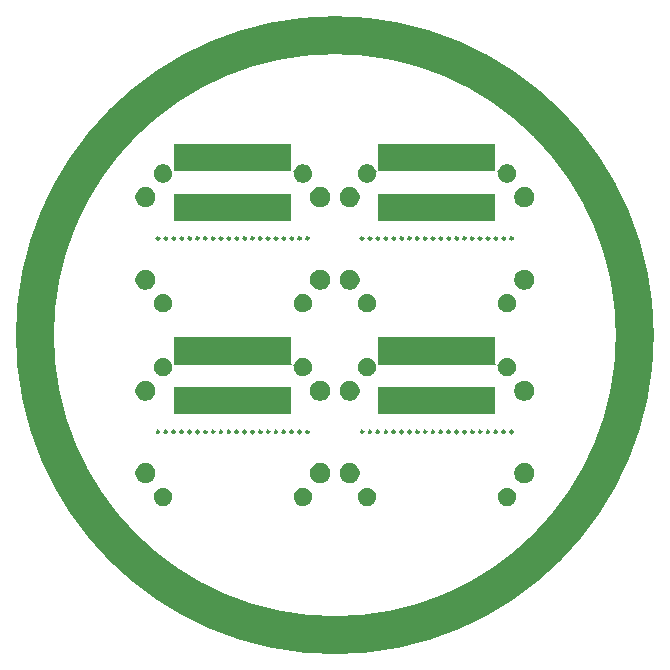
<source format=gbr>
G04 #@! TF.GenerationSoftware,KiCad,Pcbnew,(5.1.5)-3*
G04 #@! TF.CreationDate,2020-01-02T12:13:36-07:00*
G04 #@! TF.ProjectId,Gateway03,47617465-7761-4793-9033-2e6b69636164,rev?*
G04 #@! TF.SameCoordinates,Original*
G04 #@! TF.FileFunction,Soldermask,Bot*
G04 #@! TF.FilePolarity,Negative*
%FSLAX46Y46*%
G04 Gerber Fmt 4.6, Leading zero omitted, Abs format (unit mm)*
G04 Created by KiCad (PCBNEW (5.1.5)-3) date 2020-01-02 12:13:36*
%MOMM*%
%LPD*%
G04 APERTURE LIST*
%ADD10C,0.250000*%
%ADD11C,3.200000*%
%ADD12C,0.100000*%
G04 APERTURE END LIST*
D10*
X100267200Y-105443000D02*
G75*
G03X100267200Y-105443000I-100000J0D01*
G01*
X82983200Y-105443000D02*
G75*
G03X82983200Y-105443000I-100000J0D01*
G01*
X100267200Y-89057000D02*
G75*
G03X100267200Y-89057000I-100000J0D01*
G01*
X104256000Y-105443000D02*
G75*
G03X104256000Y-105443000I-100000J0D01*
G01*
X86972000Y-105443000D02*
G75*
G03X86972000Y-105443000I-100000J0D01*
G01*
X104256000Y-89057000D02*
G75*
G03X104256000Y-89057000I-100000J0D01*
G01*
X104920800Y-105443000D02*
G75*
G03X104920800Y-105443000I-100000J0D01*
G01*
X87636800Y-105443000D02*
G75*
G03X87636800Y-105443000I-100000J0D01*
G01*
X104920800Y-89057000D02*
G75*
G03X104920800Y-89057000I-100000J0D01*
G01*
X101596800Y-105443000D02*
G75*
G03X101596800Y-105443000I-100000J0D01*
G01*
X84312800Y-105443000D02*
G75*
G03X84312800Y-105443000I-100000J0D01*
G01*
X101596800Y-89057000D02*
G75*
G03X101596800Y-89057000I-100000J0D01*
G01*
X102261600Y-105443000D02*
G75*
G03X102261600Y-105443000I-100000J0D01*
G01*
X84977600Y-105443000D02*
G75*
G03X84977600Y-105443000I-100000J0D01*
G01*
X102261600Y-89057000D02*
G75*
G03X102261600Y-89057000I-100000J0D01*
G01*
X98272800Y-105443000D02*
G75*
G03X98272800Y-105443000I-100000J0D01*
G01*
X80988800Y-105443000D02*
G75*
G03X80988800Y-105443000I-100000J0D01*
G01*
X98272800Y-89057000D02*
G75*
G03X98272800Y-89057000I-100000J0D01*
G01*
X105585600Y-105443000D02*
G75*
G03X105585600Y-105443000I-100000J0D01*
G01*
X88301600Y-105443000D02*
G75*
G03X88301600Y-105443000I-100000J0D01*
G01*
X105585600Y-89057000D02*
G75*
G03X105585600Y-89057000I-100000J0D01*
G01*
X102926400Y-105443000D02*
G75*
G03X102926400Y-105443000I-100000J0D01*
G01*
X85642400Y-105443000D02*
G75*
G03X85642400Y-105443000I-100000J0D01*
G01*
X102926400Y-89057000D02*
G75*
G03X102926400Y-89057000I-100000J0D01*
G01*
X98937600Y-105443000D02*
G75*
G03X98937600Y-105443000I-100000J0D01*
G01*
X81653600Y-105443000D02*
G75*
G03X81653600Y-105443000I-100000J0D01*
G01*
X98937600Y-89057000D02*
G75*
G03X98937600Y-89057000I-100000J0D01*
G01*
X96923200Y-105443000D02*
G75*
G03X96923200Y-105443000I-100000J0D01*
G01*
X79639200Y-105443000D02*
G75*
G03X79639200Y-105443000I-100000J0D01*
G01*
X96923200Y-89057000D02*
G75*
G03X96923200Y-89057000I-100000J0D01*
G01*
X106915200Y-105443000D02*
G75*
G03X106915200Y-105443000I-100000J0D01*
G01*
X89631200Y-105443000D02*
G75*
G03X89631200Y-105443000I-100000J0D01*
G01*
X106915200Y-89057000D02*
G75*
G03X106915200Y-89057000I-100000J0D01*
G01*
X108909600Y-105443000D02*
G75*
G03X108909600Y-105443000I-100000J0D01*
G01*
X91625600Y-105443000D02*
G75*
G03X91625600Y-105443000I-100000J0D01*
G01*
X108909600Y-89057000D02*
G75*
G03X108909600Y-89057000I-100000J0D01*
G01*
X107580000Y-105443000D02*
G75*
G03X107580000Y-105443000I-100000J0D01*
G01*
X90296000Y-105443000D02*
G75*
G03X90296000Y-105443000I-100000J0D01*
G01*
X107580000Y-89057000D02*
G75*
G03X107580000Y-89057000I-100000J0D01*
G01*
X106250400Y-105443000D02*
G75*
G03X106250400Y-105443000I-100000J0D01*
G01*
X88966400Y-105443000D02*
G75*
G03X88966400Y-105443000I-100000J0D01*
G01*
X106250400Y-89057000D02*
G75*
G03X106250400Y-89057000I-100000J0D01*
G01*
X108244800Y-105443000D02*
G75*
G03X108244800Y-105443000I-100000J0D01*
G01*
X90960800Y-105443000D02*
G75*
G03X90960800Y-105443000I-100000J0D01*
G01*
X108244800Y-89057000D02*
G75*
G03X108244800Y-89057000I-100000J0D01*
G01*
X96258400Y-105443000D02*
G75*
G03X96258400Y-105443000I-100000J0D01*
G01*
X78974400Y-105443000D02*
G75*
G03X78974400Y-105443000I-100000J0D01*
G01*
X96258400Y-89057000D02*
G75*
G03X96258400Y-89057000I-100000J0D01*
G01*
X99602400Y-105443000D02*
G75*
G03X99602400Y-105443000I-100000J0D01*
G01*
X82318400Y-105443000D02*
G75*
G03X82318400Y-105443000I-100000J0D01*
G01*
X99602400Y-89057000D02*
G75*
G03X99602400Y-89057000I-100000J0D01*
G01*
X100932000Y-105443000D02*
G75*
G03X100932000Y-105443000I-100000J0D01*
G01*
X83648000Y-105443000D02*
G75*
G03X83648000Y-105443000I-100000J0D01*
G01*
X100932000Y-89057000D02*
G75*
G03X100932000Y-89057000I-100000J0D01*
G01*
X97588000Y-105443000D02*
G75*
G03X97588000Y-105443000I-100000J0D01*
G01*
X80304000Y-105443000D02*
G75*
G03X80304000Y-105443000I-100000J0D01*
G01*
X97588000Y-89057000D02*
G75*
G03X97588000Y-89057000I-100000J0D01*
G01*
X103591200Y-105443000D02*
G75*
G03X103591200Y-105443000I-100000J0D01*
G01*
X86307200Y-105443000D02*
G75*
G03X86307200Y-105443000I-100000J0D01*
G01*
X103591200Y-89057000D02*
G75*
G03X103591200Y-89057000I-100000J0D01*
G01*
X86307200Y-89057000D02*
G75*
G03X86307200Y-89057000I-100000J0D01*
G01*
X80304000Y-89057000D02*
G75*
G03X80304000Y-89057000I-100000J0D01*
G01*
X83648000Y-89057000D02*
G75*
G03X83648000Y-89057000I-100000J0D01*
G01*
X82318400Y-89057000D02*
G75*
G03X82318400Y-89057000I-100000J0D01*
G01*
X78974400Y-89057000D02*
G75*
G03X78974400Y-89057000I-100000J0D01*
G01*
X90960800Y-89057000D02*
G75*
G03X90960800Y-89057000I-100000J0D01*
G01*
X88966400Y-89057000D02*
G75*
G03X88966400Y-89057000I-100000J0D01*
G01*
X90296000Y-89057000D02*
G75*
G03X90296000Y-89057000I-100000J0D01*
G01*
X91625600Y-89057000D02*
G75*
G03X91625600Y-89057000I-100000J0D01*
G01*
X89631200Y-89057000D02*
G75*
G03X89631200Y-89057000I-100000J0D01*
G01*
X79639200Y-89057000D02*
G75*
G03X79639200Y-89057000I-100000J0D01*
G01*
X81653600Y-89057000D02*
G75*
G03X81653600Y-89057000I-100000J0D01*
G01*
X85642400Y-89057000D02*
G75*
G03X85642400Y-89057000I-100000J0D01*
G01*
X88301600Y-89057000D02*
G75*
G03X88301600Y-89057000I-100000J0D01*
G01*
X80988800Y-89057000D02*
G75*
G03X80988800Y-89057000I-100000J0D01*
G01*
X84977600Y-89057000D02*
G75*
G03X84977600Y-89057000I-100000J0D01*
G01*
X84312800Y-89057000D02*
G75*
G03X84312800Y-89057000I-100000J0D01*
G01*
X87636800Y-89057000D02*
G75*
G03X87636800Y-89057000I-100000J0D01*
G01*
X86972000Y-89057000D02*
G75*
G03X86972000Y-89057000I-100000J0D01*
G01*
X82983200Y-89057000D02*
G75*
G03X82983200Y-89057000I-100000J0D01*
G01*
D11*
X119252000Y-97250000D02*
G75*
G03X119252000Y-97250000I-25400000J0D01*
G01*
D12*
G36*
X91356348Y-110186820D02*
G01*
X91356350Y-110186821D01*
X91356351Y-110186821D01*
X91497574Y-110245317D01*
X91497577Y-110245319D01*
X91624669Y-110330239D01*
X91732761Y-110438331D01*
X91817681Y-110565423D01*
X91817683Y-110565426D01*
X91876179Y-110706649D01*
X91906000Y-110856571D01*
X91906000Y-111009429D01*
X91876179Y-111159351D01*
X91817683Y-111300574D01*
X91817681Y-111300577D01*
X91732761Y-111427669D01*
X91624669Y-111535761D01*
X91497577Y-111620681D01*
X91497574Y-111620683D01*
X91356351Y-111679179D01*
X91356350Y-111679179D01*
X91356348Y-111679180D01*
X91206431Y-111709000D01*
X91053569Y-111709000D01*
X90903652Y-111679180D01*
X90903650Y-111679179D01*
X90903649Y-111679179D01*
X90762426Y-111620683D01*
X90762423Y-111620681D01*
X90635331Y-111535761D01*
X90527239Y-111427669D01*
X90442319Y-111300577D01*
X90442317Y-111300574D01*
X90383821Y-111159351D01*
X90354000Y-111009429D01*
X90354000Y-110856571D01*
X90383821Y-110706649D01*
X90442317Y-110565426D01*
X90442319Y-110565423D01*
X90527239Y-110438331D01*
X90635331Y-110330239D01*
X90762423Y-110245319D01*
X90762426Y-110245317D01*
X90903649Y-110186821D01*
X90903650Y-110186821D01*
X90903652Y-110186820D01*
X91053569Y-110157000D01*
X91206431Y-110157000D01*
X91356348Y-110186820D01*
G37*
G36*
X79516348Y-110186820D02*
G01*
X79516350Y-110186821D01*
X79516351Y-110186821D01*
X79657574Y-110245317D01*
X79657577Y-110245319D01*
X79784669Y-110330239D01*
X79892761Y-110438331D01*
X79977681Y-110565423D01*
X79977683Y-110565426D01*
X80036179Y-110706649D01*
X80066000Y-110856571D01*
X80066000Y-111009429D01*
X80036179Y-111159351D01*
X79977683Y-111300574D01*
X79977681Y-111300577D01*
X79892761Y-111427669D01*
X79784669Y-111535761D01*
X79657577Y-111620681D01*
X79657574Y-111620683D01*
X79516351Y-111679179D01*
X79516350Y-111679179D01*
X79516348Y-111679180D01*
X79366431Y-111709000D01*
X79213569Y-111709000D01*
X79063652Y-111679180D01*
X79063650Y-111679179D01*
X79063649Y-111679179D01*
X78922426Y-111620683D01*
X78922423Y-111620681D01*
X78795331Y-111535761D01*
X78687239Y-111427669D01*
X78602319Y-111300577D01*
X78602317Y-111300574D01*
X78543821Y-111159351D01*
X78514000Y-111009429D01*
X78514000Y-110856571D01*
X78543821Y-110706649D01*
X78602317Y-110565426D01*
X78602319Y-110565423D01*
X78687239Y-110438331D01*
X78795331Y-110330239D01*
X78922423Y-110245319D01*
X78922426Y-110245317D01*
X79063649Y-110186821D01*
X79063650Y-110186821D01*
X79063652Y-110186820D01*
X79213569Y-110157000D01*
X79366431Y-110157000D01*
X79516348Y-110186820D01*
G37*
G36*
X108640348Y-110186820D02*
G01*
X108640350Y-110186821D01*
X108640351Y-110186821D01*
X108781574Y-110245317D01*
X108781577Y-110245319D01*
X108908669Y-110330239D01*
X109016761Y-110438331D01*
X109101681Y-110565423D01*
X109101683Y-110565426D01*
X109160179Y-110706649D01*
X109190000Y-110856571D01*
X109190000Y-111009429D01*
X109160179Y-111159351D01*
X109101683Y-111300574D01*
X109101681Y-111300577D01*
X109016761Y-111427669D01*
X108908669Y-111535761D01*
X108781577Y-111620681D01*
X108781574Y-111620683D01*
X108640351Y-111679179D01*
X108640350Y-111679179D01*
X108640348Y-111679180D01*
X108490431Y-111709000D01*
X108337569Y-111709000D01*
X108187652Y-111679180D01*
X108187650Y-111679179D01*
X108187649Y-111679179D01*
X108046426Y-111620683D01*
X108046423Y-111620681D01*
X107919331Y-111535761D01*
X107811239Y-111427669D01*
X107726319Y-111300577D01*
X107726317Y-111300574D01*
X107667821Y-111159351D01*
X107638000Y-111009429D01*
X107638000Y-110856571D01*
X107667821Y-110706649D01*
X107726317Y-110565426D01*
X107726319Y-110565423D01*
X107811239Y-110438331D01*
X107919331Y-110330239D01*
X108046423Y-110245319D01*
X108046426Y-110245317D01*
X108187649Y-110186821D01*
X108187650Y-110186821D01*
X108187652Y-110186820D01*
X108337569Y-110157000D01*
X108490431Y-110157000D01*
X108640348Y-110186820D01*
G37*
G36*
X96800348Y-110186820D02*
G01*
X96800350Y-110186821D01*
X96800351Y-110186821D01*
X96941574Y-110245317D01*
X96941577Y-110245319D01*
X97068669Y-110330239D01*
X97176761Y-110438331D01*
X97261681Y-110565423D01*
X97261683Y-110565426D01*
X97320179Y-110706649D01*
X97350000Y-110856571D01*
X97350000Y-111009429D01*
X97320179Y-111159351D01*
X97261683Y-111300574D01*
X97261681Y-111300577D01*
X97176761Y-111427669D01*
X97068669Y-111535761D01*
X96941577Y-111620681D01*
X96941574Y-111620683D01*
X96800351Y-111679179D01*
X96800350Y-111679179D01*
X96800348Y-111679180D01*
X96650431Y-111709000D01*
X96497569Y-111709000D01*
X96347652Y-111679180D01*
X96347650Y-111679179D01*
X96347649Y-111679179D01*
X96206426Y-111620683D01*
X96206423Y-111620681D01*
X96079331Y-111535761D01*
X95971239Y-111427669D01*
X95886319Y-111300577D01*
X95886317Y-111300574D01*
X95827821Y-111159351D01*
X95798000Y-111009429D01*
X95798000Y-110856571D01*
X95827821Y-110706649D01*
X95886317Y-110565426D01*
X95886319Y-110565423D01*
X95971239Y-110438331D01*
X96079331Y-110330239D01*
X96206423Y-110245319D01*
X96206426Y-110245317D01*
X96347649Y-110186821D01*
X96347650Y-110186821D01*
X96347652Y-110186820D01*
X96497569Y-110157000D01*
X96650431Y-110157000D01*
X96800348Y-110186820D01*
G37*
G36*
X78063228Y-108114703D02*
G01*
X78218100Y-108178853D01*
X78357481Y-108271985D01*
X78476015Y-108390519D01*
X78569147Y-108529900D01*
X78633297Y-108684772D01*
X78666000Y-108849184D01*
X78666000Y-109016816D01*
X78633297Y-109181228D01*
X78569147Y-109336100D01*
X78476015Y-109475481D01*
X78357481Y-109594015D01*
X78218100Y-109687147D01*
X78063228Y-109751297D01*
X77898816Y-109784000D01*
X77731184Y-109784000D01*
X77566772Y-109751297D01*
X77411900Y-109687147D01*
X77272519Y-109594015D01*
X77153985Y-109475481D01*
X77060853Y-109336100D01*
X76996703Y-109181228D01*
X76964000Y-109016816D01*
X76964000Y-108849184D01*
X76996703Y-108684772D01*
X77060853Y-108529900D01*
X77153985Y-108390519D01*
X77272519Y-108271985D01*
X77411900Y-108178853D01*
X77566772Y-108114703D01*
X77731184Y-108082000D01*
X77898816Y-108082000D01*
X78063228Y-108114703D01*
G37*
G36*
X92853228Y-108114703D02*
G01*
X93008100Y-108178853D01*
X93147481Y-108271985D01*
X93266015Y-108390519D01*
X93359147Y-108529900D01*
X93423297Y-108684772D01*
X93456000Y-108849184D01*
X93456000Y-109016816D01*
X93423297Y-109181228D01*
X93359147Y-109336100D01*
X93266015Y-109475481D01*
X93147481Y-109594015D01*
X93008100Y-109687147D01*
X92853228Y-109751297D01*
X92688816Y-109784000D01*
X92521184Y-109784000D01*
X92356772Y-109751297D01*
X92201900Y-109687147D01*
X92062519Y-109594015D01*
X91943985Y-109475481D01*
X91850853Y-109336100D01*
X91786703Y-109181228D01*
X91754000Y-109016816D01*
X91754000Y-108849184D01*
X91786703Y-108684772D01*
X91850853Y-108529900D01*
X91943985Y-108390519D01*
X92062519Y-108271985D01*
X92201900Y-108178853D01*
X92356772Y-108114703D01*
X92521184Y-108082000D01*
X92688816Y-108082000D01*
X92853228Y-108114703D01*
G37*
G36*
X110137228Y-108114703D02*
G01*
X110292100Y-108178853D01*
X110431481Y-108271985D01*
X110550015Y-108390519D01*
X110643147Y-108529900D01*
X110707297Y-108684772D01*
X110740000Y-108849184D01*
X110740000Y-109016816D01*
X110707297Y-109181228D01*
X110643147Y-109336100D01*
X110550015Y-109475481D01*
X110431481Y-109594015D01*
X110292100Y-109687147D01*
X110137228Y-109751297D01*
X109972816Y-109784000D01*
X109805184Y-109784000D01*
X109640772Y-109751297D01*
X109485900Y-109687147D01*
X109346519Y-109594015D01*
X109227985Y-109475481D01*
X109134853Y-109336100D01*
X109070703Y-109181228D01*
X109038000Y-109016816D01*
X109038000Y-108849184D01*
X109070703Y-108684772D01*
X109134853Y-108529900D01*
X109227985Y-108390519D01*
X109346519Y-108271985D01*
X109485900Y-108178853D01*
X109640772Y-108114703D01*
X109805184Y-108082000D01*
X109972816Y-108082000D01*
X110137228Y-108114703D01*
G37*
G36*
X95347228Y-108114703D02*
G01*
X95502100Y-108178853D01*
X95641481Y-108271985D01*
X95760015Y-108390519D01*
X95853147Y-108529900D01*
X95917297Y-108684772D01*
X95950000Y-108849184D01*
X95950000Y-109016816D01*
X95917297Y-109181228D01*
X95853147Y-109336100D01*
X95760015Y-109475481D01*
X95641481Y-109594015D01*
X95502100Y-109687147D01*
X95347228Y-109751297D01*
X95182816Y-109784000D01*
X95015184Y-109784000D01*
X94850772Y-109751297D01*
X94695900Y-109687147D01*
X94556519Y-109594015D01*
X94437985Y-109475481D01*
X94344853Y-109336100D01*
X94280703Y-109181228D01*
X94248000Y-109016816D01*
X94248000Y-108849184D01*
X94280703Y-108684772D01*
X94344853Y-108529900D01*
X94437985Y-108390519D01*
X94556519Y-108271985D01*
X94695900Y-108178853D01*
X94850772Y-108114703D01*
X95015184Y-108082000D01*
X95182816Y-108082000D01*
X95347228Y-108114703D01*
G37*
G36*
X90160000Y-103943000D02*
G01*
X80260000Y-103943000D01*
X80260000Y-101643000D01*
X90160000Y-101643000D01*
X90160000Y-103943000D01*
G37*
G36*
X107444000Y-103943000D02*
G01*
X97544000Y-103943000D01*
X97544000Y-101643000D01*
X107444000Y-101643000D01*
X107444000Y-103943000D01*
G37*
G36*
X95347228Y-101134703D02*
G01*
X95502100Y-101198853D01*
X95641481Y-101291985D01*
X95760015Y-101410519D01*
X95853147Y-101549900D01*
X95917297Y-101704772D01*
X95950000Y-101869184D01*
X95950000Y-102036816D01*
X95917297Y-102201228D01*
X95853147Y-102356100D01*
X95760015Y-102495481D01*
X95641481Y-102614015D01*
X95502100Y-102707147D01*
X95347228Y-102771297D01*
X95182816Y-102804000D01*
X95015184Y-102804000D01*
X94850772Y-102771297D01*
X94695900Y-102707147D01*
X94556519Y-102614015D01*
X94437985Y-102495481D01*
X94344853Y-102356100D01*
X94280703Y-102201228D01*
X94248000Y-102036816D01*
X94248000Y-101869184D01*
X94280703Y-101704772D01*
X94344853Y-101549900D01*
X94437985Y-101410519D01*
X94556519Y-101291985D01*
X94695900Y-101198853D01*
X94850772Y-101134703D01*
X95015184Y-101102000D01*
X95182816Y-101102000D01*
X95347228Y-101134703D01*
G37*
G36*
X78063228Y-101134703D02*
G01*
X78218100Y-101198853D01*
X78357481Y-101291985D01*
X78476015Y-101410519D01*
X78569147Y-101549900D01*
X78633297Y-101704772D01*
X78666000Y-101869184D01*
X78666000Y-102036816D01*
X78633297Y-102201228D01*
X78569147Y-102356100D01*
X78476015Y-102495481D01*
X78357481Y-102614015D01*
X78218100Y-102707147D01*
X78063228Y-102771297D01*
X77898816Y-102804000D01*
X77731184Y-102804000D01*
X77566772Y-102771297D01*
X77411900Y-102707147D01*
X77272519Y-102614015D01*
X77153985Y-102495481D01*
X77060853Y-102356100D01*
X76996703Y-102201228D01*
X76964000Y-102036816D01*
X76964000Y-101869184D01*
X76996703Y-101704772D01*
X77060853Y-101549900D01*
X77153985Y-101410519D01*
X77272519Y-101291985D01*
X77411900Y-101198853D01*
X77566772Y-101134703D01*
X77731184Y-101102000D01*
X77898816Y-101102000D01*
X78063228Y-101134703D01*
G37*
G36*
X110137228Y-101134703D02*
G01*
X110292100Y-101198853D01*
X110431481Y-101291985D01*
X110550015Y-101410519D01*
X110643147Y-101549900D01*
X110707297Y-101704772D01*
X110740000Y-101869184D01*
X110740000Y-102036816D01*
X110707297Y-102201228D01*
X110643147Y-102356100D01*
X110550015Y-102495481D01*
X110431481Y-102614015D01*
X110292100Y-102707147D01*
X110137228Y-102771297D01*
X109972816Y-102804000D01*
X109805184Y-102804000D01*
X109640772Y-102771297D01*
X109485900Y-102707147D01*
X109346519Y-102614015D01*
X109227985Y-102495481D01*
X109134853Y-102356100D01*
X109070703Y-102201228D01*
X109038000Y-102036816D01*
X109038000Y-101869184D01*
X109070703Y-101704772D01*
X109134853Y-101549900D01*
X109227985Y-101410519D01*
X109346519Y-101291985D01*
X109485900Y-101198853D01*
X109640772Y-101134703D01*
X109805184Y-101102000D01*
X109972816Y-101102000D01*
X110137228Y-101134703D01*
G37*
G36*
X92853228Y-101134703D02*
G01*
X93008100Y-101198853D01*
X93147481Y-101291985D01*
X93266015Y-101410519D01*
X93359147Y-101549900D01*
X93423297Y-101704772D01*
X93456000Y-101869184D01*
X93456000Y-102036816D01*
X93423297Y-102201228D01*
X93359147Y-102356100D01*
X93266015Y-102495481D01*
X93147481Y-102614015D01*
X93008100Y-102707147D01*
X92853228Y-102771297D01*
X92688816Y-102804000D01*
X92521184Y-102804000D01*
X92356772Y-102771297D01*
X92201900Y-102707147D01*
X92062519Y-102614015D01*
X91943985Y-102495481D01*
X91850853Y-102356100D01*
X91786703Y-102201228D01*
X91754000Y-102036816D01*
X91754000Y-101869184D01*
X91786703Y-101704772D01*
X91850853Y-101549900D01*
X91943985Y-101410519D01*
X92062519Y-101291985D01*
X92201900Y-101198853D01*
X92356772Y-101134703D01*
X92521184Y-101102000D01*
X92688816Y-101102000D01*
X92853228Y-101134703D01*
G37*
G36*
X108640348Y-99206820D02*
G01*
X108640350Y-99206821D01*
X108640351Y-99206821D01*
X108781574Y-99265317D01*
X108781577Y-99265319D01*
X108908669Y-99350239D01*
X109016761Y-99458331D01*
X109101681Y-99585423D01*
X109101683Y-99585426D01*
X109152468Y-99708033D01*
X109160180Y-99726652D01*
X109188295Y-99867999D01*
X109190000Y-99876571D01*
X109190000Y-100029429D01*
X109160179Y-100179351D01*
X109101683Y-100320574D01*
X109101681Y-100320577D01*
X109016761Y-100447669D01*
X108908669Y-100555761D01*
X108781577Y-100640681D01*
X108781574Y-100640683D01*
X108640351Y-100699179D01*
X108640350Y-100699179D01*
X108640348Y-100699180D01*
X108490431Y-100729000D01*
X108337569Y-100729000D01*
X108187652Y-100699180D01*
X108187650Y-100699179D01*
X108187649Y-100699179D01*
X108046426Y-100640683D01*
X108046423Y-100640681D01*
X107919331Y-100555761D01*
X107811239Y-100447669D01*
X107726319Y-100320577D01*
X107726317Y-100320574D01*
X107667821Y-100179351D01*
X107638000Y-100029429D01*
X107638000Y-99867999D01*
X107635598Y-99843613D01*
X107628485Y-99820164D01*
X107616934Y-99798553D01*
X107601389Y-99779611D01*
X107582447Y-99764066D01*
X107579596Y-99762542D01*
X107593385Y-99761184D01*
X107616834Y-99754071D01*
X107638445Y-99742520D01*
X107657387Y-99726975D01*
X107672932Y-99708033D01*
X107684483Y-99686423D01*
X107694197Y-99662972D01*
X107726317Y-99585426D01*
X107726319Y-99585423D01*
X107811239Y-99458331D01*
X107919331Y-99350239D01*
X108046423Y-99265319D01*
X108046426Y-99265317D01*
X108187649Y-99206821D01*
X108187650Y-99206821D01*
X108187652Y-99206820D01*
X108337569Y-99177000D01*
X108490431Y-99177000D01*
X108640348Y-99206820D01*
G37*
G36*
X96800348Y-99206820D02*
G01*
X96800350Y-99206821D01*
X96800351Y-99206821D01*
X96941574Y-99265317D01*
X96941577Y-99265319D01*
X97068669Y-99350239D01*
X97176761Y-99458331D01*
X97261681Y-99585423D01*
X97261683Y-99585426D01*
X97293803Y-99662972D01*
X97303517Y-99686423D01*
X97315069Y-99708033D01*
X97330614Y-99726975D01*
X97349556Y-99742520D01*
X97371167Y-99754071D01*
X97394616Y-99761184D01*
X97408404Y-99762542D01*
X97405553Y-99764066D01*
X97386611Y-99779611D01*
X97371066Y-99798553D01*
X97359515Y-99820164D01*
X97352402Y-99843613D01*
X97350000Y-99867999D01*
X97350000Y-100029429D01*
X97320179Y-100179351D01*
X97261683Y-100320574D01*
X97261681Y-100320577D01*
X97176761Y-100447669D01*
X97068669Y-100555761D01*
X96941577Y-100640681D01*
X96941574Y-100640683D01*
X96800351Y-100699179D01*
X96800350Y-100699179D01*
X96800348Y-100699180D01*
X96650431Y-100729000D01*
X96497569Y-100729000D01*
X96347652Y-100699180D01*
X96347650Y-100699179D01*
X96347649Y-100699179D01*
X96206426Y-100640683D01*
X96206423Y-100640681D01*
X96079331Y-100555761D01*
X95971239Y-100447669D01*
X95886319Y-100320577D01*
X95886317Y-100320574D01*
X95827821Y-100179351D01*
X95798000Y-100029429D01*
X95798000Y-99876571D01*
X95799705Y-99867999D01*
X95827820Y-99726652D01*
X95835532Y-99708033D01*
X95886317Y-99585426D01*
X95886319Y-99585423D01*
X95971239Y-99458331D01*
X96079331Y-99350239D01*
X96206423Y-99265319D01*
X96206426Y-99265317D01*
X96347649Y-99206821D01*
X96347650Y-99206821D01*
X96347652Y-99206820D01*
X96497569Y-99177000D01*
X96650431Y-99177000D01*
X96800348Y-99206820D01*
G37*
G36*
X91356348Y-99206820D02*
G01*
X91356350Y-99206821D01*
X91356351Y-99206821D01*
X91497574Y-99265317D01*
X91497577Y-99265319D01*
X91624669Y-99350239D01*
X91732761Y-99458331D01*
X91817681Y-99585423D01*
X91817683Y-99585426D01*
X91868468Y-99708033D01*
X91876180Y-99726652D01*
X91904295Y-99867999D01*
X91906000Y-99876571D01*
X91906000Y-100029429D01*
X91876179Y-100179351D01*
X91817683Y-100320574D01*
X91817681Y-100320577D01*
X91732761Y-100447669D01*
X91624669Y-100555761D01*
X91497577Y-100640681D01*
X91497574Y-100640683D01*
X91356351Y-100699179D01*
X91356350Y-100699179D01*
X91356348Y-100699180D01*
X91206431Y-100729000D01*
X91053569Y-100729000D01*
X90903652Y-100699180D01*
X90903650Y-100699179D01*
X90903649Y-100699179D01*
X90762426Y-100640683D01*
X90762423Y-100640681D01*
X90635331Y-100555761D01*
X90527239Y-100447669D01*
X90442319Y-100320577D01*
X90442317Y-100320574D01*
X90383821Y-100179351D01*
X90354000Y-100029429D01*
X90354000Y-99867999D01*
X90351598Y-99843613D01*
X90344485Y-99820164D01*
X90332934Y-99798553D01*
X90317389Y-99779611D01*
X90298447Y-99764066D01*
X90295596Y-99762542D01*
X90309385Y-99761184D01*
X90332834Y-99754071D01*
X90354445Y-99742520D01*
X90373387Y-99726975D01*
X90388932Y-99708033D01*
X90400483Y-99686423D01*
X90410197Y-99662972D01*
X90442317Y-99585426D01*
X90442319Y-99585423D01*
X90527239Y-99458331D01*
X90635331Y-99350239D01*
X90762423Y-99265319D01*
X90762426Y-99265317D01*
X90903649Y-99206821D01*
X90903650Y-99206821D01*
X90903652Y-99206820D01*
X91053569Y-99177000D01*
X91206431Y-99177000D01*
X91356348Y-99206820D01*
G37*
G36*
X79516348Y-99206820D02*
G01*
X79516350Y-99206821D01*
X79516351Y-99206821D01*
X79657574Y-99265317D01*
X79657577Y-99265319D01*
X79784669Y-99350239D01*
X79892761Y-99458331D01*
X79977681Y-99585423D01*
X79977683Y-99585426D01*
X80009803Y-99662972D01*
X80019517Y-99686423D01*
X80031069Y-99708033D01*
X80046614Y-99726975D01*
X80065556Y-99742520D01*
X80087167Y-99754071D01*
X80110616Y-99761184D01*
X80124404Y-99762542D01*
X80121553Y-99764066D01*
X80102611Y-99779611D01*
X80087066Y-99798553D01*
X80075515Y-99820164D01*
X80068402Y-99843613D01*
X80066000Y-99867999D01*
X80066000Y-100029429D01*
X80036179Y-100179351D01*
X79977683Y-100320574D01*
X79977681Y-100320577D01*
X79892761Y-100447669D01*
X79784669Y-100555761D01*
X79657577Y-100640681D01*
X79657574Y-100640683D01*
X79516351Y-100699179D01*
X79516350Y-100699179D01*
X79516348Y-100699180D01*
X79366431Y-100729000D01*
X79213569Y-100729000D01*
X79063652Y-100699180D01*
X79063650Y-100699179D01*
X79063649Y-100699179D01*
X78922426Y-100640683D01*
X78922423Y-100640681D01*
X78795331Y-100555761D01*
X78687239Y-100447669D01*
X78602319Y-100320577D01*
X78602317Y-100320574D01*
X78543821Y-100179351D01*
X78514000Y-100029429D01*
X78514000Y-99876571D01*
X78515705Y-99867999D01*
X78543820Y-99726652D01*
X78551532Y-99708033D01*
X78602317Y-99585426D01*
X78602319Y-99585423D01*
X78687239Y-99458331D01*
X78795331Y-99350239D01*
X78922423Y-99265319D01*
X78922426Y-99265317D01*
X79063649Y-99206821D01*
X79063650Y-99206821D01*
X79063652Y-99206820D01*
X79213569Y-99177000D01*
X79366431Y-99177000D01*
X79516348Y-99206820D01*
G37*
G36*
X90160000Y-99638587D02*
G01*
X90162402Y-99662973D01*
X90169515Y-99686422D01*
X90181066Y-99708033D01*
X90196611Y-99726975D01*
X90215553Y-99742520D01*
X90216451Y-99743000D01*
X80203547Y-99743000D01*
X80204447Y-99742519D01*
X80223389Y-99726974D01*
X80238934Y-99708032D01*
X80250485Y-99686421D01*
X80257598Y-99662972D01*
X80260000Y-99638587D01*
X80260000Y-97443000D01*
X90160000Y-97443000D01*
X90160000Y-99638587D01*
G37*
G36*
X107444000Y-99638587D02*
G01*
X107446402Y-99662973D01*
X107453515Y-99686422D01*
X107465066Y-99708033D01*
X107480611Y-99726975D01*
X107499553Y-99742520D01*
X107500451Y-99743000D01*
X97487547Y-99743000D01*
X97488447Y-99742519D01*
X97507389Y-99726974D01*
X97522934Y-99708032D01*
X97534485Y-99686421D01*
X97541598Y-99662972D01*
X97544000Y-99638587D01*
X97544000Y-97443000D01*
X107444000Y-97443000D01*
X107444000Y-99638587D01*
G37*
G36*
X91356348Y-93800820D02*
G01*
X91356350Y-93800821D01*
X91356351Y-93800821D01*
X91497574Y-93859317D01*
X91497577Y-93859319D01*
X91624669Y-93944239D01*
X91732761Y-94052331D01*
X91817681Y-94179423D01*
X91817683Y-94179426D01*
X91876179Y-94320649D01*
X91906000Y-94470571D01*
X91906000Y-94623429D01*
X91876179Y-94773351D01*
X91817683Y-94914574D01*
X91817681Y-94914577D01*
X91732761Y-95041669D01*
X91624669Y-95149761D01*
X91497577Y-95234681D01*
X91497574Y-95234683D01*
X91356351Y-95293179D01*
X91356350Y-95293179D01*
X91356348Y-95293180D01*
X91206431Y-95323000D01*
X91053569Y-95323000D01*
X90903652Y-95293180D01*
X90903650Y-95293179D01*
X90903649Y-95293179D01*
X90762426Y-95234683D01*
X90762423Y-95234681D01*
X90635331Y-95149761D01*
X90527239Y-95041669D01*
X90442319Y-94914577D01*
X90442317Y-94914574D01*
X90383821Y-94773351D01*
X90354000Y-94623429D01*
X90354000Y-94470571D01*
X90383821Y-94320649D01*
X90442317Y-94179426D01*
X90442319Y-94179423D01*
X90527239Y-94052331D01*
X90635331Y-93944239D01*
X90762423Y-93859319D01*
X90762426Y-93859317D01*
X90903649Y-93800821D01*
X90903650Y-93800821D01*
X90903652Y-93800820D01*
X91053569Y-93771000D01*
X91206431Y-93771000D01*
X91356348Y-93800820D01*
G37*
G36*
X96800348Y-93800820D02*
G01*
X96800350Y-93800821D01*
X96800351Y-93800821D01*
X96941574Y-93859317D01*
X96941577Y-93859319D01*
X97068669Y-93944239D01*
X97176761Y-94052331D01*
X97261681Y-94179423D01*
X97261683Y-94179426D01*
X97320179Y-94320649D01*
X97350000Y-94470571D01*
X97350000Y-94623429D01*
X97320179Y-94773351D01*
X97261683Y-94914574D01*
X97261681Y-94914577D01*
X97176761Y-95041669D01*
X97068669Y-95149761D01*
X96941577Y-95234681D01*
X96941574Y-95234683D01*
X96800351Y-95293179D01*
X96800350Y-95293179D01*
X96800348Y-95293180D01*
X96650431Y-95323000D01*
X96497569Y-95323000D01*
X96347652Y-95293180D01*
X96347650Y-95293179D01*
X96347649Y-95293179D01*
X96206426Y-95234683D01*
X96206423Y-95234681D01*
X96079331Y-95149761D01*
X95971239Y-95041669D01*
X95886319Y-94914577D01*
X95886317Y-94914574D01*
X95827821Y-94773351D01*
X95798000Y-94623429D01*
X95798000Y-94470571D01*
X95827821Y-94320649D01*
X95886317Y-94179426D01*
X95886319Y-94179423D01*
X95971239Y-94052331D01*
X96079331Y-93944239D01*
X96206423Y-93859319D01*
X96206426Y-93859317D01*
X96347649Y-93800821D01*
X96347650Y-93800821D01*
X96347652Y-93800820D01*
X96497569Y-93771000D01*
X96650431Y-93771000D01*
X96800348Y-93800820D01*
G37*
G36*
X108640348Y-93800820D02*
G01*
X108640350Y-93800821D01*
X108640351Y-93800821D01*
X108781574Y-93859317D01*
X108781577Y-93859319D01*
X108908669Y-93944239D01*
X109016761Y-94052331D01*
X109101681Y-94179423D01*
X109101683Y-94179426D01*
X109160179Y-94320649D01*
X109190000Y-94470571D01*
X109190000Y-94623429D01*
X109160179Y-94773351D01*
X109101683Y-94914574D01*
X109101681Y-94914577D01*
X109016761Y-95041669D01*
X108908669Y-95149761D01*
X108781577Y-95234681D01*
X108781574Y-95234683D01*
X108640351Y-95293179D01*
X108640350Y-95293179D01*
X108640348Y-95293180D01*
X108490431Y-95323000D01*
X108337569Y-95323000D01*
X108187652Y-95293180D01*
X108187650Y-95293179D01*
X108187649Y-95293179D01*
X108046426Y-95234683D01*
X108046423Y-95234681D01*
X107919331Y-95149761D01*
X107811239Y-95041669D01*
X107726319Y-94914577D01*
X107726317Y-94914574D01*
X107667821Y-94773351D01*
X107638000Y-94623429D01*
X107638000Y-94470571D01*
X107667821Y-94320649D01*
X107726317Y-94179426D01*
X107726319Y-94179423D01*
X107811239Y-94052331D01*
X107919331Y-93944239D01*
X108046423Y-93859319D01*
X108046426Y-93859317D01*
X108187649Y-93800821D01*
X108187650Y-93800821D01*
X108187652Y-93800820D01*
X108337569Y-93771000D01*
X108490431Y-93771000D01*
X108640348Y-93800820D01*
G37*
G36*
X79516348Y-93800820D02*
G01*
X79516350Y-93800821D01*
X79516351Y-93800821D01*
X79657574Y-93859317D01*
X79657577Y-93859319D01*
X79784669Y-93944239D01*
X79892761Y-94052331D01*
X79977681Y-94179423D01*
X79977683Y-94179426D01*
X80036179Y-94320649D01*
X80066000Y-94470571D01*
X80066000Y-94623429D01*
X80036179Y-94773351D01*
X79977683Y-94914574D01*
X79977681Y-94914577D01*
X79892761Y-95041669D01*
X79784669Y-95149761D01*
X79657577Y-95234681D01*
X79657574Y-95234683D01*
X79516351Y-95293179D01*
X79516350Y-95293179D01*
X79516348Y-95293180D01*
X79366431Y-95323000D01*
X79213569Y-95323000D01*
X79063652Y-95293180D01*
X79063650Y-95293179D01*
X79063649Y-95293179D01*
X78922426Y-95234683D01*
X78922423Y-95234681D01*
X78795331Y-95149761D01*
X78687239Y-95041669D01*
X78602319Y-94914577D01*
X78602317Y-94914574D01*
X78543821Y-94773351D01*
X78514000Y-94623429D01*
X78514000Y-94470571D01*
X78543821Y-94320649D01*
X78602317Y-94179426D01*
X78602319Y-94179423D01*
X78687239Y-94052331D01*
X78795331Y-93944239D01*
X78922423Y-93859319D01*
X78922426Y-93859317D01*
X79063649Y-93800821D01*
X79063650Y-93800821D01*
X79063652Y-93800820D01*
X79213569Y-93771000D01*
X79366431Y-93771000D01*
X79516348Y-93800820D01*
G37*
G36*
X110137228Y-91728703D02*
G01*
X110292100Y-91792853D01*
X110431481Y-91885985D01*
X110550015Y-92004519D01*
X110643147Y-92143900D01*
X110707297Y-92298772D01*
X110740000Y-92463184D01*
X110740000Y-92630816D01*
X110707297Y-92795228D01*
X110643147Y-92950100D01*
X110550015Y-93089481D01*
X110431481Y-93208015D01*
X110292100Y-93301147D01*
X110137228Y-93365297D01*
X109972816Y-93398000D01*
X109805184Y-93398000D01*
X109640772Y-93365297D01*
X109485900Y-93301147D01*
X109346519Y-93208015D01*
X109227985Y-93089481D01*
X109134853Y-92950100D01*
X109070703Y-92795228D01*
X109038000Y-92630816D01*
X109038000Y-92463184D01*
X109070703Y-92298772D01*
X109134853Y-92143900D01*
X109227985Y-92004519D01*
X109346519Y-91885985D01*
X109485900Y-91792853D01*
X109640772Y-91728703D01*
X109805184Y-91696000D01*
X109972816Y-91696000D01*
X110137228Y-91728703D01*
G37*
G36*
X78063228Y-91728703D02*
G01*
X78218100Y-91792853D01*
X78357481Y-91885985D01*
X78476015Y-92004519D01*
X78569147Y-92143900D01*
X78633297Y-92298772D01*
X78666000Y-92463184D01*
X78666000Y-92630816D01*
X78633297Y-92795228D01*
X78569147Y-92950100D01*
X78476015Y-93089481D01*
X78357481Y-93208015D01*
X78218100Y-93301147D01*
X78063228Y-93365297D01*
X77898816Y-93398000D01*
X77731184Y-93398000D01*
X77566772Y-93365297D01*
X77411900Y-93301147D01*
X77272519Y-93208015D01*
X77153985Y-93089481D01*
X77060853Y-92950100D01*
X76996703Y-92795228D01*
X76964000Y-92630816D01*
X76964000Y-92463184D01*
X76996703Y-92298772D01*
X77060853Y-92143900D01*
X77153985Y-92004519D01*
X77272519Y-91885985D01*
X77411900Y-91792853D01*
X77566772Y-91728703D01*
X77731184Y-91696000D01*
X77898816Y-91696000D01*
X78063228Y-91728703D01*
G37*
G36*
X95347228Y-91728703D02*
G01*
X95502100Y-91792853D01*
X95641481Y-91885985D01*
X95760015Y-92004519D01*
X95853147Y-92143900D01*
X95917297Y-92298772D01*
X95950000Y-92463184D01*
X95950000Y-92630816D01*
X95917297Y-92795228D01*
X95853147Y-92950100D01*
X95760015Y-93089481D01*
X95641481Y-93208015D01*
X95502100Y-93301147D01*
X95347228Y-93365297D01*
X95182816Y-93398000D01*
X95015184Y-93398000D01*
X94850772Y-93365297D01*
X94695900Y-93301147D01*
X94556519Y-93208015D01*
X94437985Y-93089481D01*
X94344853Y-92950100D01*
X94280703Y-92795228D01*
X94248000Y-92630816D01*
X94248000Y-92463184D01*
X94280703Y-92298772D01*
X94344853Y-92143900D01*
X94437985Y-92004519D01*
X94556519Y-91885985D01*
X94695900Y-91792853D01*
X94850772Y-91728703D01*
X95015184Y-91696000D01*
X95182816Y-91696000D01*
X95347228Y-91728703D01*
G37*
G36*
X92853228Y-91728703D02*
G01*
X93008100Y-91792853D01*
X93147481Y-91885985D01*
X93266015Y-92004519D01*
X93359147Y-92143900D01*
X93423297Y-92298772D01*
X93456000Y-92463184D01*
X93456000Y-92630816D01*
X93423297Y-92795228D01*
X93359147Y-92950100D01*
X93266015Y-93089481D01*
X93147481Y-93208015D01*
X93008100Y-93301147D01*
X92853228Y-93365297D01*
X92688816Y-93398000D01*
X92521184Y-93398000D01*
X92356772Y-93365297D01*
X92201900Y-93301147D01*
X92062519Y-93208015D01*
X91943985Y-93089481D01*
X91850853Y-92950100D01*
X91786703Y-92795228D01*
X91754000Y-92630816D01*
X91754000Y-92463184D01*
X91786703Y-92298772D01*
X91850853Y-92143900D01*
X91943985Y-92004519D01*
X92062519Y-91885985D01*
X92201900Y-91792853D01*
X92356772Y-91728703D01*
X92521184Y-91696000D01*
X92688816Y-91696000D01*
X92853228Y-91728703D01*
G37*
G36*
X90160000Y-87557000D02*
G01*
X80260000Y-87557000D01*
X80260000Y-85257000D01*
X90160000Y-85257000D01*
X90160000Y-87557000D01*
G37*
G36*
X107444000Y-87557000D02*
G01*
X97544000Y-87557000D01*
X97544000Y-85257000D01*
X107444000Y-85257000D01*
X107444000Y-87557000D01*
G37*
G36*
X95347228Y-84748703D02*
G01*
X95502100Y-84812853D01*
X95641481Y-84905985D01*
X95760015Y-85024519D01*
X95853147Y-85163900D01*
X95917297Y-85318772D01*
X95950000Y-85483184D01*
X95950000Y-85650816D01*
X95917297Y-85815228D01*
X95853147Y-85970100D01*
X95760015Y-86109481D01*
X95641481Y-86228015D01*
X95502100Y-86321147D01*
X95347228Y-86385297D01*
X95182816Y-86418000D01*
X95015184Y-86418000D01*
X94850772Y-86385297D01*
X94695900Y-86321147D01*
X94556519Y-86228015D01*
X94437985Y-86109481D01*
X94344853Y-85970100D01*
X94280703Y-85815228D01*
X94248000Y-85650816D01*
X94248000Y-85483184D01*
X94280703Y-85318772D01*
X94344853Y-85163900D01*
X94437985Y-85024519D01*
X94556519Y-84905985D01*
X94695900Y-84812853D01*
X94850772Y-84748703D01*
X95015184Y-84716000D01*
X95182816Y-84716000D01*
X95347228Y-84748703D01*
G37*
G36*
X92853228Y-84748703D02*
G01*
X93008100Y-84812853D01*
X93147481Y-84905985D01*
X93266015Y-85024519D01*
X93359147Y-85163900D01*
X93423297Y-85318772D01*
X93456000Y-85483184D01*
X93456000Y-85650816D01*
X93423297Y-85815228D01*
X93359147Y-85970100D01*
X93266015Y-86109481D01*
X93147481Y-86228015D01*
X93008100Y-86321147D01*
X92853228Y-86385297D01*
X92688816Y-86418000D01*
X92521184Y-86418000D01*
X92356772Y-86385297D01*
X92201900Y-86321147D01*
X92062519Y-86228015D01*
X91943985Y-86109481D01*
X91850853Y-85970100D01*
X91786703Y-85815228D01*
X91754000Y-85650816D01*
X91754000Y-85483184D01*
X91786703Y-85318772D01*
X91850853Y-85163900D01*
X91943985Y-85024519D01*
X92062519Y-84905985D01*
X92201900Y-84812853D01*
X92356772Y-84748703D01*
X92521184Y-84716000D01*
X92688816Y-84716000D01*
X92853228Y-84748703D01*
G37*
G36*
X78063228Y-84748703D02*
G01*
X78218100Y-84812853D01*
X78357481Y-84905985D01*
X78476015Y-85024519D01*
X78569147Y-85163900D01*
X78633297Y-85318772D01*
X78666000Y-85483184D01*
X78666000Y-85650816D01*
X78633297Y-85815228D01*
X78569147Y-85970100D01*
X78476015Y-86109481D01*
X78357481Y-86228015D01*
X78218100Y-86321147D01*
X78063228Y-86385297D01*
X77898816Y-86418000D01*
X77731184Y-86418000D01*
X77566772Y-86385297D01*
X77411900Y-86321147D01*
X77272519Y-86228015D01*
X77153985Y-86109481D01*
X77060853Y-85970100D01*
X76996703Y-85815228D01*
X76964000Y-85650816D01*
X76964000Y-85483184D01*
X76996703Y-85318772D01*
X77060853Y-85163900D01*
X77153985Y-85024519D01*
X77272519Y-84905985D01*
X77411900Y-84812853D01*
X77566772Y-84748703D01*
X77731184Y-84716000D01*
X77898816Y-84716000D01*
X78063228Y-84748703D01*
G37*
G36*
X110137228Y-84748703D02*
G01*
X110292100Y-84812853D01*
X110431481Y-84905985D01*
X110550015Y-85024519D01*
X110643147Y-85163900D01*
X110707297Y-85318772D01*
X110740000Y-85483184D01*
X110740000Y-85650816D01*
X110707297Y-85815228D01*
X110643147Y-85970100D01*
X110550015Y-86109481D01*
X110431481Y-86228015D01*
X110292100Y-86321147D01*
X110137228Y-86385297D01*
X109972816Y-86418000D01*
X109805184Y-86418000D01*
X109640772Y-86385297D01*
X109485900Y-86321147D01*
X109346519Y-86228015D01*
X109227985Y-86109481D01*
X109134853Y-85970100D01*
X109070703Y-85815228D01*
X109038000Y-85650816D01*
X109038000Y-85483184D01*
X109070703Y-85318772D01*
X109134853Y-85163900D01*
X109227985Y-85024519D01*
X109346519Y-84905985D01*
X109485900Y-84812853D01*
X109640772Y-84748703D01*
X109805184Y-84716000D01*
X109972816Y-84716000D01*
X110137228Y-84748703D01*
G37*
G36*
X91356348Y-82820820D02*
G01*
X91356350Y-82820821D01*
X91356351Y-82820821D01*
X91497574Y-82879317D01*
X91497577Y-82879319D01*
X91624669Y-82964239D01*
X91732761Y-83072331D01*
X91817681Y-83199423D01*
X91817683Y-83199426D01*
X91868468Y-83322033D01*
X91876180Y-83340652D01*
X91904295Y-83481999D01*
X91906000Y-83490571D01*
X91906000Y-83643429D01*
X91876179Y-83793351D01*
X91817683Y-83934574D01*
X91817681Y-83934577D01*
X91732761Y-84061669D01*
X91624669Y-84169761D01*
X91497577Y-84254681D01*
X91497574Y-84254683D01*
X91356351Y-84313179D01*
X91356350Y-84313179D01*
X91356348Y-84313180D01*
X91206431Y-84343000D01*
X91053569Y-84343000D01*
X90903652Y-84313180D01*
X90903650Y-84313179D01*
X90903649Y-84313179D01*
X90762426Y-84254683D01*
X90762423Y-84254681D01*
X90635331Y-84169761D01*
X90527239Y-84061669D01*
X90442319Y-83934577D01*
X90442317Y-83934574D01*
X90383821Y-83793351D01*
X90354000Y-83643429D01*
X90354000Y-83481999D01*
X90351598Y-83457613D01*
X90344485Y-83434164D01*
X90332934Y-83412553D01*
X90317389Y-83393611D01*
X90298447Y-83378066D01*
X90295596Y-83376542D01*
X90309385Y-83375184D01*
X90332834Y-83368071D01*
X90354445Y-83356520D01*
X90373387Y-83340975D01*
X90388932Y-83322033D01*
X90400483Y-83300423D01*
X90410197Y-83276972D01*
X90442317Y-83199426D01*
X90442319Y-83199423D01*
X90527239Y-83072331D01*
X90635331Y-82964239D01*
X90762423Y-82879319D01*
X90762426Y-82879317D01*
X90903649Y-82820821D01*
X90903650Y-82820821D01*
X90903652Y-82820820D01*
X91053569Y-82791000D01*
X91206431Y-82791000D01*
X91356348Y-82820820D01*
G37*
G36*
X79516348Y-82820820D02*
G01*
X79516350Y-82820821D01*
X79516351Y-82820821D01*
X79657574Y-82879317D01*
X79657577Y-82879319D01*
X79784669Y-82964239D01*
X79892761Y-83072331D01*
X79977681Y-83199423D01*
X79977683Y-83199426D01*
X80009803Y-83276972D01*
X80019517Y-83300423D01*
X80031069Y-83322033D01*
X80046614Y-83340975D01*
X80065556Y-83356520D01*
X80087167Y-83368071D01*
X80110616Y-83375184D01*
X80124404Y-83376542D01*
X80121553Y-83378066D01*
X80102611Y-83393611D01*
X80087066Y-83412553D01*
X80075515Y-83434164D01*
X80068402Y-83457613D01*
X80066000Y-83481999D01*
X80066000Y-83643429D01*
X80036179Y-83793351D01*
X79977683Y-83934574D01*
X79977681Y-83934577D01*
X79892761Y-84061669D01*
X79784669Y-84169761D01*
X79657577Y-84254681D01*
X79657574Y-84254683D01*
X79516351Y-84313179D01*
X79516350Y-84313179D01*
X79516348Y-84313180D01*
X79366431Y-84343000D01*
X79213569Y-84343000D01*
X79063652Y-84313180D01*
X79063650Y-84313179D01*
X79063649Y-84313179D01*
X78922426Y-84254683D01*
X78922423Y-84254681D01*
X78795331Y-84169761D01*
X78687239Y-84061669D01*
X78602319Y-83934577D01*
X78602317Y-83934574D01*
X78543821Y-83793351D01*
X78514000Y-83643429D01*
X78514000Y-83490571D01*
X78515705Y-83481999D01*
X78543820Y-83340652D01*
X78551532Y-83322033D01*
X78602317Y-83199426D01*
X78602319Y-83199423D01*
X78687239Y-83072331D01*
X78795331Y-82964239D01*
X78922423Y-82879319D01*
X78922426Y-82879317D01*
X79063649Y-82820821D01*
X79063650Y-82820821D01*
X79063652Y-82820820D01*
X79213569Y-82791000D01*
X79366431Y-82791000D01*
X79516348Y-82820820D01*
G37*
G36*
X96800348Y-82820820D02*
G01*
X96800350Y-82820821D01*
X96800351Y-82820821D01*
X96941574Y-82879317D01*
X96941577Y-82879319D01*
X97068669Y-82964239D01*
X97176761Y-83072331D01*
X97261681Y-83199423D01*
X97261683Y-83199426D01*
X97293803Y-83276972D01*
X97303517Y-83300423D01*
X97315069Y-83322033D01*
X97330614Y-83340975D01*
X97349556Y-83356520D01*
X97371167Y-83368071D01*
X97394616Y-83375184D01*
X97408404Y-83376542D01*
X97405553Y-83378066D01*
X97386611Y-83393611D01*
X97371066Y-83412553D01*
X97359515Y-83434164D01*
X97352402Y-83457613D01*
X97350000Y-83481999D01*
X97350000Y-83643429D01*
X97320179Y-83793351D01*
X97261683Y-83934574D01*
X97261681Y-83934577D01*
X97176761Y-84061669D01*
X97068669Y-84169761D01*
X96941577Y-84254681D01*
X96941574Y-84254683D01*
X96800351Y-84313179D01*
X96800350Y-84313179D01*
X96800348Y-84313180D01*
X96650431Y-84343000D01*
X96497569Y-84343000D01*
X96347652Y-84313180D01*
X96347650Y-84313179D01*
X96347649Y-84313179D01*
X96206426Y-84254683D01*
X96206423Y-84254681D01*
X96079331Y-84169761D01*
X95971239Y-84061669D01*
X95886319Y-83934577D01*
X95886317Y-83934574D01*
X95827821Y-83793351D01*
X95798000Y-83643429D01*
X95798000Y-83490571D01*
X95799705Y-83481999D01*
X95827820Y-83340652D01*
X95835532Y-83322033D01*
X95886317Y-83199426D01*
X95886319Y-83199423D01*
X95971239Y-83072331D01*
X96079331Y-82964239D01*
X96206423Y-82879319D01*
X96206426Y-82879317D01*
X96347649Y-82820821D01*
X96347650Y-82820821D01*
X96347652Y-82820820D01*
X96497569Y-82791000D01*
X96650431Y-82791000D01*
X96800348Y-82820820D01*
G37*
G36*
X108640348Y-82820820D02*
G01*
X108640350Y-82820821D01*
X108640351Y-82820821D01*
X108781574Y-82879317D01*
X108781577Y-82879319D01*
X108908669Y-82964239D01*
X109016761Y-83072331D01*
X109101681Y-83199423D01*
X109101683Y-83199426D01*
X109152468Y-83322033D01*
X109160180Y-83340652D01*
X109188295Y-83481999D01*
X109190000Y-83490571D01*
X109190000Y-83643429D01*
X109160179Y-83793351D01*
X109101683Y-83934574D01*
X109101681Y-83934577D01*
X109016761Y-84061669D01*
X108908669Y-84169761D01*
X108781577Y-84254681D01*
X108781574Y-84254683D01*
X108640351Y-84313179D01*
X108640350Y-84313179D01*
X108640348Y-84313180D01*
X108490431Y-84343000D01*
X108337569Y-84343000D01*
X108187652Y-84313180D01*
X108187650Y-84313179D01*
X108187649Y-84313179D01*
X108046426Y-84254683D01*
X108046423Y-84254681D01*
X107919331Y-84169761D01*
X107811239Y-84061669D01*
X107726319Y-83934577D01*
X107726317Y-83934574D01*
X107667821Y-83793351D01*
X107638000Y-83643429D01*
X107638000Y-83481999D01*
X107635598Y-83457613D01*
X107628485Y-83434164D01*
X107616934Y-83412553D01*
X107601389Y-83393611D01*
X107582447Y-83378066D01*
X107579596Y-83376542D01*
X107593385Y-83375184D01*
X107616834Y-83368071D01*
X107638445Y-83356520D01*
X107657387Y-83340975D01*
X107672932Y-83322033D01*
X107684483Y-83300423D01*
X107694197Y-83276972D01*
X107726317Y-83199426D01*
X107726319Y-83199423D01*
X107811239Y-83072331D01*
X107919331Y-82964239D01*
X108046423Y-82879319D01*
X108046426Y-82879317D01*
X108187649Y-82820821D01*
X108187650Y-82820821D01*
X108187652Y-82820820D01*
X108337569Y-82791000D01*
X108490431Y-82791000D01*
X108640348Y-82820820D01*
G37*
G36*
X107444000Y-83252587D02*
G01*
X107446402Y-83276973D01*
X107453515Y-83300422D01*
X107465066Y-83322033D01*
X107480611Y-83340975D01*
X107499553Y-83356520D01*
X107500451Y-83357000D01*
X97487547Y-83357000D01*
X97488447Y-83356519D01*
X97507389Y-83340974D01*
X97522934Y-83322032D01*
X97534485Y-83300421D01*
X97541598Y-83276972D01*
X97544000Y-83252587D01*
X97544000Y-81057000D01*
X107444000Y-81057000D01*
X107444000Y-83252587D01*
G37*
G36*
X90160000Y-83252587D02*
G01*
X90162402Y-83276973D01*
X90169515Y-83300422D01*
X90181066Y-83322033D01*
X90196611Y-83340975D01*
X90215553Y-83356520D01*
X90216451Y-83357000D01*
X80203547Y-83357000D01*
X80204447Y-83356519D01*
X80223389Y-83340974D01*
X80238934Y-83322032D01*
X80250485Y-83300421D01*
X80257598Y-83276972D01*
X80260000Y-83252587D01*
X80260000Y-81057000D01*
X90160000Y-81057000D01*
X90160000Y-83252587D01*
G37*
M02*

</source>
